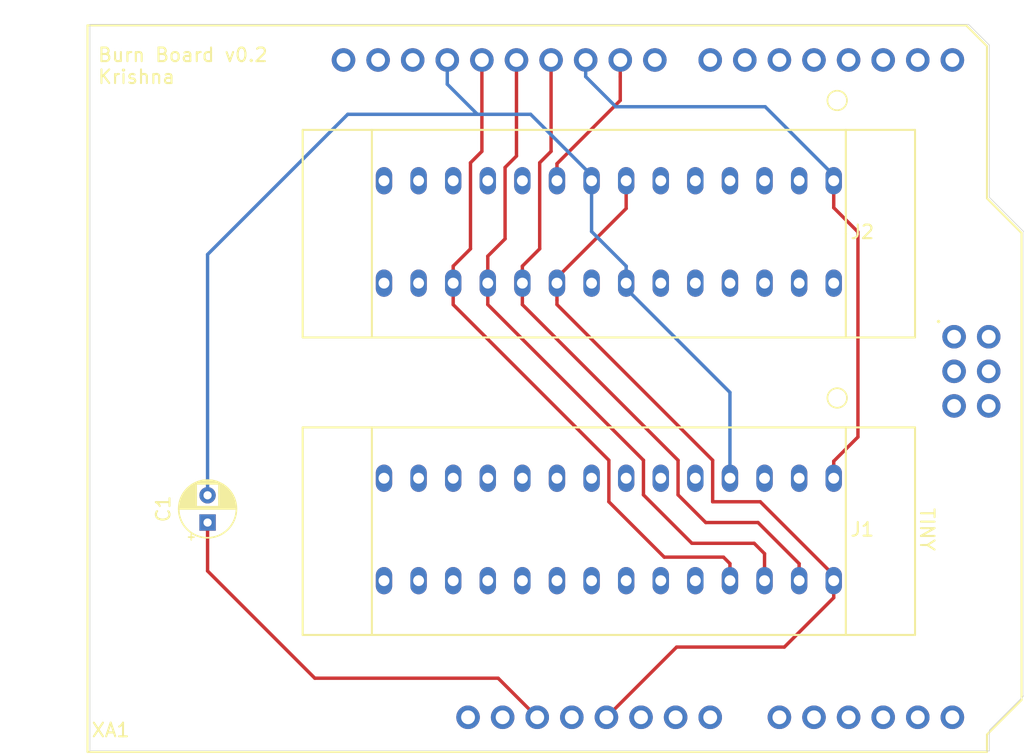
<source format=kicad_pcb>
(kicad_pcb (version 20171130) (host pcbnew "(5.1.2-1)-1")

  (general
    (thickness 1.6)
    (drawings 13)
    (tracks 84)
    (zones 0)
    (modules 4)
    (nets 79)
  )

  (page A4)
  (layers
    (0 F.Cu signal)
    (31 B.Cu signal)
    (32 B.Adhes user)
    (33 F.Adhes user)
    (34 B.Paste user)
    (35 F.Paste user)
    (36 B.SilkS user)
    (37 F.SilkS user)
    (38 B.Mask user)
    (39 F.Mask user)
    (40 Dwgs.User user)
    (41 Cmts.User user)
    (42 Eco1.User user)
    (43 Eco2.User user)
    (44 Edge.Cuts user)
    (45 Margin user)
    (46 B.CrtYd user)
    (47 F.CrtYd user)
    (48 B.Fab user)
    (49 F.Fab user)
  )

  (setup
    (last_trace_width 0.25)
    (trace_clearance 0.2)
    (zone_clearance 0.508)
    (zone_45_only no)
    (trace_min 0.2)
    (via_size 0.8)
    (via_drill 0.4)
    (via_min_size 0.4)
    (via_min_drill 0.3)
    (uvia_size 0.3)
    (uvia_drill 0.1)
    (uvias_allowed no)
    (uvia_min_size 0.2)
    (uvia_min_drill 0.1)
    (edge_width 0.05)
    (segment_width 0.2)
    (pcb_text_width 0.3)
    (pcb_text_size 1.5 1.5)
    (mod_edge_width 0.12)
    (mod_text_size 1 1)
    (mod_text_width 0.15)
    (pad_size 1.524 1.524)
    (pad_drill 0.762)
    (pad_to_mask_clearance 0.051)
    (solder_mask_min_width 0.25)
    (aux_axis_origin 0 0)
    (visible_elements FFFFFF7F)
    (pcbplotparams
      (layerselection 0x010fc_ffffffff)
      (usegerberextensions false)
      (usegerberattributes false)
      (usegerberadvancedattributes false)
      (creategerberjobfile false)
      (excludeedgelayer true)
      (linewidth 0.100000)
      (plotframeref false)
      (viasonmask false)
      (mode 1)
      (useauxorigin false)
      (hpglpennumber 1)
      (hpglpenspeed 20)
      (hpglpendiameter 15.000000)
      (psnegative false)
      (psa4output false)
      (plotreference true)
      (plotvalue true)
      (plotinvisibletext false)
      (padsonsilk false)
      (subtractmaskfromsilk false)
      (outputformat 1)
      (mirror false)
      (drillshape 1)
      (scaleselection 1)
      (outputdirectory ""))
  )

  (net 0 "")
  (net 1 "Net-(C1-Pad1)")
  (net 2 GND)
  (net 3 /Pin10)
  (net 4 "Net-(J1-Pad2)")
  (net 5 "Net-(J1-Pad3)")
  (net 6 "Net-(J1-Pad5)")
  (net 7 "Net-(J1-Pad6)")
  (net 8 "Net-(J1-Pad7)")
  (net 9 "Net-(J1-Pad8)")
  (net 10 "Net-(J1-Pad9)")
  (net 11 "Net-(J1-Pad10)")
  (net 12 "Net-(J1-Pad11)")
  (net 13 "Net-(J1-Pad12)")
  (net 14 "Net-(J1-Pad13)")
  (net 15 "Net-(J1-Pad14)")
  (net 16 "Net-(J1-Pad15)")
  (net 17 "Net-(J1-Pad16)")
  (net 18 "Net-(J1-Pad17)")
  (net 19 "Net-(J1-Pad18)")
  (net 20 "Net-(J1-Pad19)")
  (net 21 "Net-(J1-Pad20)")
  (net 22 "Net-(J1-Pad21)")
  (net 23 "Net-(J1-Pad22)")
  (net 24 "Net-(J1-Pad23)")
  (net 25 "Net-(J1-Pad24)")
  (net 26 /Pin11)
  (net 27 /Pin12)
  (net 28 /Pin13)
  (net 29 VCC)
  (net 30 "Net-(XA1-PadRST2)")
  (net 31 "Net-(XA1-PadGND4)")
  (net 32 "Net-(XA1-PadMOSI)")
  (net 33 "Net-(XA1-PadSCK)")
  (net 34 "Net-(XA1-Pad5V2)")
  (net 35 "Net-(XA1-PadA0)")
  (net 36 "Net-(XA1-PadVIN)")
  (net 37 "Net-(XA1-PadGND3)")
  (net 38 "Net-(XA1-PadGND2)")
  (net 39 "Net-(XA1-Pad3V3)")
  (net 40 "Net-(XA1-PadIORF)")
  (net 41 "Net-(XA1-PadD0)")
  (net 42 "Net-(XA1-PadD1)")
  (net 43 "Net-(XA1-PadD2)")
  (net 44 "Net-(XA1-PadD3)")
  (net 45 "Net-(XA1-PadD4)")
  (net 46 "Net-(XA1-PadD5)")
  (net 47 "Net-(XA1-PadD6)")
  (net 48 "Net-(XA1-PadD7)")
  (net 49 "Net-(XA1-PadD8)")
  (net 50 "Net-(XA1-PadSCL)")
  (net 51 "Net-(XA1-PadSDA)")
  (net 52 "Net-(XA1-PadAREF)")
  (net 53 "Net-(XA1-PadA1)")
  (net 54 "Net-(XA1-PadA2)")
  (net 55 "Net-(XA1-PadA3)")
  (net 56 "Net-(XA1-PadA4)")
  (net 57 "Net-(XA1-PadA5)")
  (net 58 "Net-(XA1-PadMISO)")
  (net 59 "Net-(J2-Pad14)")
  (net 60 "Net-(J2-Pad15)")
  (net 61 "Net-(J2-Pad13)")
  (net 62 "Net-(J2-Pad16)")
  (net 63 "Net-(J2-Pad12)")
  (net 64 "Net-(J2-Pad11)")
  (net 65 "Net-(J2-Pad10)")
  (net 66 /Pin9X)
  (net 67 "Net-(J2-Pad21)")
  (net 68 "Net-(J2-Pad6)")
  (net 69 "Net-(J2-Pad23)")
  (net 70 "Net-(J2-Pad5)")
  (net 71 "Net-(J2-Pad24)")
  (net 72 "Net-(J2-Pad4)")
  (net 73 "Net-(J2-Pad25)")
  (net 74 "Net-(J2-Pad3)")
  (net 75 "Net-(J2-Pad26)")
  (net 76 "Net-(J2-Pad2)")
  (net 77 "Net-(J2-Pad27)")
  (net 78 "Net-(J2-Pad28)")

  (net_class Default "This is the default net class."
    (clearance 0.2)
    (trace_width 0.25)
    (via_dia 0.8)
    (via_drill 0.4)
    (uvia_dia 0.3)
    (uvia_drill 0.1)
    (add_net /Pin10)
    (add_net /Pin11)
    (add_net /Pin12)
    (add_net /Pin13)
    (add_net /Pin9X)
    (add_net GND)
    (add_net "Net-(C1-Pad1)")
    (add_net "Net-(J1-Pad10)")
    (add_net "Net-(J1-Pad11)")
    (add_net "Net-(J1-Pad12)")
    (add_net "Net-(J1-Pad13)")
    (add_net "Net-(J1-Pad14)")
    (add_net "Net-(J1-Pad15)")
    (add_net "Net-(J1-Pad16)")
    (add_net "Net-(J1-Pad17)")
    (add_net "Net-(J1-Pad18)")
    (add_net "Net-(J1-Pad19)")
    (add_net "Net-(J1-Pad2)")
    (add_net "Net-(J1-Pad20)")
    (add_net "Net-(J1-Pad21)")
    (add_net "Net-(J1-Pad22)")
    (add_net "Net-(J1-Pad23)")
    (add_net "Net-(J1-Pad24)")
    (add_net "Net-(J1-Pad3)")
    (add_net "Net-(J1-Pad5)")
    (add_net "Net-(J1-Pad6)")
    (add_net "Net-(J1-Pad7)")
    (add_net "Net-(J1-Pad8)")
    (add_net "Net-(J1-Pad9)")
    (add_net "Net-(J2-Pad10)")
    (add_net "Net-(J2-Pad11)")
    (add_net "Net-(J2-Pad12)")
    (add_net "Net-(J2-Pad13)")
    (add_net "Net-(J2-Pad14)")
    (add_net "Net-(J2-Pad15)")
    (add_net "Net-(J2-Pad16)")
    (add_net "Net-(J2-Pad2)")
    (add_net "Net-(J2-Pad21)")
    (add_net "Net-(J2-Pad23)")
    (add_net "Net-(J2-Pad24)")
    (add_net "Net-(J2-Pad25)")
    (add_net "Net-(J2-Pad26)")
    (add_net "Net-(J2-Pad27)")
    (add_net "Net-(J2-Pad28)")
    (add_net "Net-(J2-Pad3)")
    (add_net "Net-(J2-Pad4)")
    (add_net "Net-(J2-Pad5)")
    (add_net "Net-(J2-Pad6)")
    (add_net "Net-(XA1-Pad3V3)")
    (add_net "Net-(XA1-Pad5V2)")
    (add_net "Net-(XA1-PadA0)")
    (add_net "Net-(XA1-PadA1)")
    (add_net "Net-(XA1-PadA2)")
    (add_net "Net-(XA1-PadA3)")
    (add_net "Net-(XA1-PadA4)")
    (add_net "Net-(XA1-PadA5)")
    (add_net "Net-(XA1-PadAREF)")
    (add_net "Net-(XA1-PadD0)")
    (add_net "Net-(XA1-PadD1)")
    (add_net "Net-(XA1-PadD2)")
    (add_net "Net-(XA1-PadD3)")
    (add_net "Net-(XA1-PadD4)")
    (add_net "Net-(XA1-PadD5)")
    (add_net "Net-(XA1-PadD6)")
    (add_net "Net-(XA1-PadD7)")
    (add_net "Net-(XA1-PadD8)")
    (add_net "Net-(XA1-PadGND2)")
    (add_net "Net-(XA1-PadGND3)")
    (add_net "Net-(XA1-PadGND4)")
    (add_net "Net-(XA1-PadIORF)")
    (add_net "Net-(XA1-PadMISO)")
    (add_net "Net-(XA1-PadMOSI)")
    (add_net "Net-(XA1-PadRST2)")
    (add_net "Net-(XA1-PadSCK)")
    (add_net "Net-(XA1-PadSCL)")
    (add_net "Net-(XA1-PadSDA)")
    (add_net "Net-(XA1-PadVIN)")
    (add_net VCC)
  )

  (module Arduino:Arduino_Uno_Shield (layer F.Cu) (tedit 5A8605EC) (tstamp 5FEC5ED3)
    (at 91.769001 130.123001)
    (descr https://store.arduino.cc/arduino-uno-rev3)
    (path /5FEBC3CE)
    (fp_text reference XA1 (at 1.702999 -1.599001) (layer F.SilkS)
      (effects (font (size 1 1) (thickness 0.15)))
    )
    (fp_text value Arduino_Uno_Shield (at 15.494 -54.356) (layer F.Fab)
      (effects (font (size 1 1) (thickness 0.15)))
    )
    (fp_line (start 9.525 -32.385) (end -6.35 -32.385) (layer B.CrtYd) (width 0.15))
    (fp_line (start 9.525 -43.815) (end -6.35 -43.815) (layer B.CrtYd) (width 0.15))
    (fp_line (start 9.525 -43.815) (end 9.525 -32.385) (layer B.CrtYd) (width 0.15))
    (fp_line (start -6.35 -43.815) (end -6.35 -32.385) (layer B.CrtYd) (width 0.15))
    (fp_text user . (at 62.484 -32.004) (layer F.SilkS)
      (effects (font (size 1 1) (thickness 0.15)))
    )
    (fp_line (start 11.43 -12.065) (end 11.43 -3.175) (layer B.CrtYd) (width 0.15))
    (fp_line (start -1.905 -3.175) (end 11.43 -3.175) (layer B.CrtYd) (width 0.15))
    (fp_line (start -1.905 -12.065) (end -1.905 -3.175) (layer B.CrtYd) (width 0.15))
    (fp_line (start -1.905 -12.065) (end 11.43 -12.065) (layer B.CrtYd) (width 0.15))
    (fp_line (start 0 -53.34) (end 0 0) (layer F.SilkS) (width 0.15))
    (fp_line (start 66.04 -40.64) (end 66.04 -51.816) (layer F.SilkS) (width 0.15))
    (fp_line (start 68.58 -38.1) (end 66.04 -40.64) (layer F.SilkS) (width 0.15))
    (fp_line (start 68.58 -3.81) (end 68.58 -38.1) (layer F.SilkS) (width 0.15))
    (fp_line (start 66.04 -1.27) (end 68.58 -3.81) (layer F.SilkS) (width 0.15))
    (fp_line (start 66.04 0) (end 66.04 -1.27) (layer F.SilkS) (width 0.15))
    (fp_line (start 64.516 -53.34) (end 66.04 -51.816) (layer F.SilkS) (width 0.15))
    (fp_line (start 0 0) (end 66.04 0) (layer F.SilkS) (width 0.15))
    (fp_line (start 0 -53.34) (end 64.516 -53.34) (layer F.SilkS) (width 0.15))
    (pad RST2 thru_hole oval (at 63.627 -25.4) (size 1.7272 1.7272) (drill 1.016) (layers *.Cu *.Mask)
      (net 30 "Net-(XA1-PadRST2)"))
    (pad GND4 thru_hole oval (at 66.167 -25.4) (size 1.7272 1.7272) (drill 1.016) (layers *.Cu *.Mask)
      (net 31 "Net-(XA1-PadGND4)"))
    (pad MOSI thru_hole oval (at 66.167 -27.94) (size 1.7272 1.7272) (drill 1.016) (layers *.Cu *.Mask)
      (net 32 "Net-(XA1-PadMOSI)"))
    (pad SCK thru_hole oval (at 63.627 -27.94) (size 1.7272 1.7272) (drill 1.016) (layers *.Cu *.Mask)
      (net 33 "Net-(XA1-PadSCK)"))
    (pad 5V2 thru_hole oval (at 66.167 -30.48) (size 1.7272 1.7272) (drill 1.016) (layers *.Cu *.Mask)
      (net 34 "Net-(XA1-Pad5V2)"))
    (pad A0 thru_hole oval (at 50.8 -2.54) (size 1.7272 1.7272) (drill 1.016) (layers *.Cu *.Mask)
      (net 35 "Net-(XA1-PadA0)"))
    (pad VIN thru_hole oval (at 45.72 -2.54) (size 1.7272 1.7272) (drill 1.016) (layers *.Cu *.Mask)
      (net 36 "Net-(XA1-PadVIN)"))
    (pad GND3 thru_hole oval (at 43.18 -2.54) (size 1.7272 1.7272) (drill 1.016) (layers *.Cu *.Mask)
      (net 37 "Net-(XA1-PadGND3)"))
    (pad GND2 thru_hole oval (at 40.64 -2.54) (size 1.7272 1.7272) (drill 1.016) (layers *.Cu *.Mask)
      (net 38 "Net-(XA1-PadGND2)"))
    (pad 5V1 thru_hole oval (at 38.1 -2.54) (size 1.7272 1.7272) (drill 1.016) (layers *.Cu *.Mask)
      (net 29 VCC))
    (pad 3V3 thru_hole oval (at 35.56 -2.54) (size 1.7272 1.7272) (drill 1.016) (layers *.Cu *.Mask)
      (net 39 "Net-(XA1-Pad3V3)"))
    (pad RST1 thru_hole oval (at 33.02 -2.54) (size 1.7272 1.7272) (drill 1.016) (layers *.Cu *.Mask)
      (net 1 "Net-(C1-Pad1)"))
    (pad IORF thru_hole oval (at 30.48 -2.54) (size 1.7272 1.7272) (drill 1.016) (layers *.Cu *.Mask)
      (net 40 "Net-(XA1-PadIORF)"))
    (pad D0 thru_hole oval (at 63.5 -50.8) (size 1.7272 1.7272) (drill 1.016) (layers *.Cu *.Mask)
      (net 41 "Net-(XA1-PadD0)"))
    (pad D1 thru_hole oval (at 60.96 -50.8) (size 1.7272 1.7272) (drill 1.016) (layers *.Cu *.Mask)
      (net 42 "Net-(XA1-PadD1)"))
    (pad D2 thru_hole oval (at 58.42 -50.8) (size 1.7272 1.7272) (drill 1.016) (layers *.Cu *.Mask)
      (net 43 "Net-(XA1-PadD2)"))
    (pad D3 thru_hole oval (at 55.88 -50.8) (size 1.7272 1.7272) (drill 1.016) (layers *.Cu *.Mask)
      (net 44 "Net-(XA1-PadD3)"))
    (pad D4 thru_hole oval (at 53.34 -50.8) (size 1.7272 1.7272) (drill 1.016) (layers *.Cu *.Mask)
      (net 45 "Net-(XA1-PadD4)"))
    (pad D5 thru_hole oval (at 50.8 -50.8) (size 1.7272 1.7272) (drill 1.016) (layers *.Cu *.Mask)
      (net 46 "Net-(XA1-PadD5)"))
    (pad D6 thru_hole oval (at 48.26 -50.8) (size 1.7272 1.7272) (drill 1.016) (layers *.Cu *.Mask)
      (net 47 "Net-(XA1-PadD6)"))
    (pad D7 thru_hole oval (at 45.72 -50.8) (size 1.7272 1.7272) (drill 1.016) (layers *.Cu *.Mask)
      (net 48 "Net-(XA1-PadD7)"))
    (pad GND1 thru_hole oval (at 26.416 -50.8) (size 1.7272 1.7272) (drill 1.016) (layers *.Cu *.Mask)
      (net 2 GND))
    (pad D8 thru_hole oval (at 41.656 -50.8) (size 1.7272 1.7272) (drill 1.016) (layers *.Cu *.Mask)
      (net 49 "Net-(XA1-PadD8)"))
    (pad D9 thru_hole oval (at 39.116 -50.8) (size 1.7272 1.7272) (drill 1.016) (layers *.Cu *.Mask)
      (net 66 /Pin9X))
    (pad D10 thru_hole oval (at 36.576 -50.8) (size 1.7272 1.7272) (drill 1.016) (layers *.Cu *.Mask)
      (net 3 /Pin10))
    (pad "" np_thru_hole circle (at 66.04 -7.62) (size 3.2 3.2) (drill 3.2) (layers *.Cu *.Mask))
    (pad "" np_thru_hole circle (at 66.04 -35.56) (size 3.2 3.2) (drill 3.2) (layers *.Cu *.Mask))
    (pad "" np_thru_hole circle (at 15.24 -50.8) (size 3.2 3.2) (drill 3.2) (layers *.Cu *.Mask))
    (pad "" np_thru_hole circle (at 13.97 -2.54) (size 3.2 3.2) (drill 3.2) (layers *.Cu *.Mask))
    (pad SCL thru_hole oval (at 18.796 -50.8) (size 1.7272 1.7272) (drill 1.016) (layers *.Cu *.Mask)
      (net 50 "Net-(XA1-PadSCL)"))
    (pad SDA thru_hole oval (at 21.336 -50.8) (size 1.7272 1.7272) (drill 1.016) (layers *.Cu *.Mask)
      (net 51 "Net-(XA1-PadSDA)"))
    (pad AREF thru_hole oval (at 23.876 -50.8) (size 1.7272 1.7272) (drill 1.016) (layers *.Cu *.Mask)
      (net 52 "Net-(XA1-PadAREF)"))
    (pad D13 thru_hole oval (at 28.956 -50.8) (size 1.7272 1.7272) (drill 1.016) (layers *.Cu *.Mask)
      (net 26 /Pin11))
    (pad D12 thru_hole oval (at 31.496 -50.8) (size 1.7272 1.7272) (drill 1.016) (layers *.Cu *.Mask)
      (net 27 /Pin12))
    (pad D11 thru_hole oval (at 34.036 -50.8) (size 1.7272 1.7272) (drill 1.016) (layers *.Cu *.Mask)
      (net 28 /Pin13))
    (pad "" thru_hole oval (at 27.94 -2.54) (size 1.7272 1.7272) (drill 1.016) (layers *.Cu *.Mask))
    (pad A1 thru_hole oval (at 53.34 -2.54) (size 1.7272 1.7272) (drill 1.016) (layers *.Cu *.Mask)
      (net 53 "Net-(XA1-PadA1)"))
    (pad A2 thru_hole oval (at 55.88 -2.54) (size 1.7272 1.7272) (drill 1.016) (layers *.Cu *.Mask)
      (net 54 "Net-(XA1-PadA2)"))
    (pad A3 thru_hole oval (at 58.42 -2.54) (size 1.7272 1.7272) (drill 1.016) (layers *.Cu *.Mask)
      (net 55 "Net-(XA1-PadA3)"))
    (pad A4 thru_hole oval (at 60.96 -2.54) (size 1.7272 1.7272) (drill 1.016) (layers *.Cu *.Mask)
      (net 56 "Net-(XA1-PadA4)"))
    (pad A5 thru_hole oval (at 63.5 -2.54) (size 1.7272 1.7272) (drill 1.016) (layers *.Cu *.Mask)
      (net 57 "Net-(XA1-PadA5)"))
    (pad MISO thru_hole oval (at 63.627 -30.48) (size 1.7272 1.7272) (drill 1.016) (layers *.Cu *.Mask)
      (net 58 "Net-(XA1-PadMISO)"))
  )

  (module ZIF:DIP-28_296_ELL (layer F.Cu) (tedit 5FEBF485) (tstamp 5FEC3DF0)
    (at 130.048 91.948 180)
    (path /5FECDADE)
    (fp_text reference J2 (at -18.61 0 180) (layer F.SilkS)
      (effects (font (size 1 1) (thickness 0.15)))
    )
    (fp_text value "28 ZIF Socket - ATMEGA328" (at 0 0) (layer F.Fab)
      (effects (font (size 1 1) (thickness 0.15)))
    )
    (fp_line (start 22.479 -7.747) (end 17.399 -7.747) (layer F.SilkS) (width 0.15))
    (fp_line (start 22.479 7.493) (end 22.479 -7.747) (layer F.SilkS) (width 0.15))
    (fp_line (start 17.399 7.493) (end 22.479 7.493) (layer F.SilkS) (width 0.15))
    (fp_line (start -22.479 -7.747) (end -17.399 -7.747) (layer F.SilkS) (width 0.15))
    (fp_line (start -22.479 7.493) (end -22.479 -7.747) (layer F.SilkS) (width 0.15))
    (fp_line (start -17.399 7.493) (end -22.479 7.493) (layer F.SilkS) (width 0.15))
    (fp_line (start -17.399 7.493) (end -17.399 -0.127) (layer F.SilkS) (width 0.15))
    (fp_line (start 17.399 7.493) (end -17.399 7.493) (layer F.SilkS) (width 0.15))
    (fp_line (start 17.399 -7.747) (end 17.399 7.493) (layer F.SilkS) (width 0.15))
    (fp_line (start -17.399 -7.747) (end 17.399 -7.747) (layer F.SilkS) (width 0.15))
    (fp_line (start -17.399 -0.127) (end -17.399 -7.747) (layer F.SilkS) (width 0.15))
    (fp_line (start -17.36 5.01) (end -17.36 -5.01) (layer F.CrtYd) (width 0.05))
    (fp_line (start 17.36 5.01) (end -17.36 5.01) (layer F.CrtYd) (width 0.05))
    (fp_line (start 17.36 -5.01) (end 17.36 5.01) (layer F.CrtYd) (width 0.05))
    (fp_line (start -17.36 -5.01) (end 17.36 -5.01) (layer F.CrtYd) (width 0.05))
    (pad 14 thru_hole oval (at 16.51 3.76 180) (size 1.2 2) (drill 0.8) (layers *.Cu *.Mask)
      (net 59 "Net-(J2-Pad14)"))
    (pad 15 thru_hole oval (at 16.51 -3.76 180) (size 1.2 2) (drill 0.8) (layers *.Cu *.Mask)
      (net 60 "Net-(J2-Pad15)"))
    (pad 13 thru_hole oval (at 13.97 3.76 180) (size 1.2 2) (drill 0.8) (layers *.Cu *.Mask)
      (net 61 "Net-(J2-Pad13)"))
    (pad 16 thru_hole oval (at 13.97 -3.76 180) (size 1.2 2) (drill 0.8) (layers *.Cu *.Mask)
      (net 62 "Net-(J2-Pad16)"))
    (pad 12 thru_hole oval (at 11.43 3.76 180) (size 1.2 2) (drill 0.8) (layers *.Cu *.Mask)
      (net 63 "Net-(J2-Pad12)"))
    (pad 17 thru_hole oval (at 11.43 -3.76 180) (size 1.2 2) (drill 0.8) (layers *.Cu *.Mask)
      (net 26 /Pin11))
    (pad 11 thru_hole oval (at 8.89 3.76 180) (size 1.2 2) (drill 0.8) (layers *.Cu *.Mask)
      (net 64 "Net-(J2-Pad11)"))
    (pad 18 thru_hole oval (at 8.89 -3.76 180) (size 1.2 2) (drill 0.8) (layers *.Cu *.Mask)
      (net 27 /Pin12))
    (pad 10 thru_hole oval (at 6.35 3.76 180) (size 1.2 2) (drill 0.8) (layers *.Cu *.Mask)
      (net 65 "Net-(J2-Pad10)"))
    (pad 19 thru_hole oval (at 6.35 -3.76 180) (size 1.2 2) (drill 0.8) (layers *.Cu *.Mask)
      (net 28 /Pin13))
    (pad 9 thru_hole oval (at 3.81 3.76 180) (size 1.2 2) (drill 0.8) (layers *.Cu *.Mask)
      (net 66 /Pin9X))
    (pad 20 thru_hole oval (at 3.81 -3.76 180) (size 1.2 2) (drill 0.8) (layers *.Cu *.Mask)
      (net 29 VCC))
    (pad 8 thru_hole oval (at 1.27 3.76 180) (size 1.2 2) (drill 0.8) (layers *.Cu *.Mask)
      (net 2 GND))
    (pad 21 thru_hole oval (at 1.27 -3.76 180) (size 1.2 2) (drill 0.8) (layers *.Cu *.Mask)
      (net 67 "Net-(J2-Pad21)"))
    (pad 7 thru_hole oval (at -1.27 3.76 180) (size 1.2 2) (drill 0.8) (layers *.Cu *.Mask)
      (net 29 VCC))
    (pad 22 thru_hole oval (at -1.27 -3.76 180) (size 1.2 2) (drill 0.8) (layers *.Cu *.Mask)
      (net 2 GND))
    (pad 6 thru_hole oval (at -3.81 3.76 180) (size 1.2 2) (drill 0.8) (layers *.Cu *.Mask)
      (net 68 "Net-(J2-Pad6)"))
    (pad 23 thru_hole oval (at -3.81 -3.76 180) (size 1.2 2) (drill 0.8) (layers *.Cu *.Mask)
      (net 69 "Net-(J2-Pad23)"))
    (pad 5 thru_hole oval (at -6.35 3.76 180) (size 1.2 2) (drill 0.8) (layers *.Cu *.Mask)
      (net 70 "Net-(J2-Pad5)"))
    (pad 24 thru_hole oval (at -6.35 -3.76 180) (size 1.2 2) (drill 0.8) (layers *.Cu *.Mask)
      (net 71 "Net-(J2-Pad24)"))
    (pad 4 thru_hole oval (at -8.89 3.76 180) (size 1.2 2) (drill 0.8) (layers *.Cu *.Mask)
      (net 72 "Net-(J2-Pad4)"))
    (pad 25 thru_hole oval (at -8.89 -3.76 180) (size 1.2 2) (drill 0.8) (layers *.Cu *.Mask)
      (net 73 "Net-(J2-Pad25)"))
    (pad 3 thru_hole oval (at -11.43 3.76 180) (size 1.2 2) (drill 0.8) (layers *.Cu *.Mask)
      (net 74 "Net-(J2-Pad3)"))
    (pad 26 thru_hole oval (at -11.43 -3.76 180) (size 1.2 2) (drill 0.8) (layers *.Cu *.Mask)
      (net 75 "Net-(J2-Pad26)"))
    (pad 2 thru_hole oval (at -13.97 3.76 180) (size 1.2 2) (drill 0.8) (layers *.Cu *.Mask)
      (net 76 "Net-(J2-Pad2)"))
    (pad 27 thru_hole oval (at -13.97 -3.76 180) (size 1.2 2) (drill 0.8) (layers *.Cu *.Mask)
      (net 77 "Net-(J2-Pad27)"))
    (pad 1 thru_hole oval (at -16.51 3.76 180) (size 1.2 2) (drill 0.8) (layers *.Cu *.Mask)
      (net 3 /Pin10))
    (pad 28 thru_hole oval (at -16.51 -3.76 180) (size 1.2 2) (drill 0.8) (layers *.Cu *.Mask)
      (net 78 "Net-(J2-Pad28)"))
  )

  (module ZIF:DIP-28_296_ELL (layer F.Cu) (tedit 5FEBF485) (tstamp 5FEC598D)
    (at 130.048 113.792 180)
    (path /5FEBED35)
    (fp_text reference J1 (at -18.61 0) (layer F.SilkS)
      (effects (font (size 1 1) (thickness 0.15)))
    )
    (fp_text value "28 ZIF Socket - ATTiny" (at 0 0) (layer F.Fab)
      (effects (font (size 1 1) (thickness 0.15)))
    )
    (fp_line (start 22.479 -7.747) (end 17.399 -7.747) (layer F.SilkS) (width 0.15))
    (fp_line (start 22.479 7.493) (end 22.479 -7.747) (layer F.SilkS) (width 0.15))
    (fp_line (start 17.399 7.493) (end 22.479 7.493) (layer F.SilkS) (width 0.15))
    (fp_line (start -22.479 -7.747) (end -17.399 -7.747) (layer F.SilkS) (width 0.15))
    (fp_line (start -22.479 7.493) (end -22.479 -7.747) (layer F.SilkS) (width 0.15))
    (fp_line (start -17.399 7.493) (end -22.479 7.493) (layer F.SilkS) (width 0.15))
    (fp_line (start -17.399 7.493) (end -17.399 -0.127) (layer F.SilkS) (width 0.15))
    (fp_line (start 17.399 7.493) (end -17.399 7.493) (layer F.SilkS) (width 0.15))
    (fp_line (start 17.399 -7.747) (end 17.399 7.493) (layer F.SilkS) (width 0.15))
    (fp_line (start -17.399 -7.747) (end 17.399 -7.747) (layer F.SilkS) (width 0.15))
    (fp_line (start -17.399 -0.127) (end -17.399 -7.747) (layer F.SilkS) (width 0.15))
    (fp_line (start -17.36 5.01) (end -17.36 -5.01) (layer F.CrtYd) (width 0.05))
    (fp_line (start 17.36 5.01) (end -17.36 5.01) (layer F.CrtYd) (width 0.05))
    (fp_line (start 17.36 -5.01) (end 17.36 5.01) (layer F.CrtYd) (width 0.05))
    (fp_line (start -17.36 -5.01) (end 17.36 -5.01) (layer F.CrtYd) (width 0.05))
    (pad 14 thru_hole oval (at 16.51 3.76 180) (size 1.2 2) (drill 0.8) (layers *.Cu *.Mask)
      (net 15 "Net-(J1-Pad14)"))
    (pad 15 thru_hole oval (at 16.51 -3.76 180) (size 1.2 2) (drill 0.8) (layers *.Cu *.Mask)
      (net 16 "Net-(J1-Pad15)"))
    (pad 13 thru_hole oval (at 13.97 3.76 180) (size 1.2 2) (drill 0.8) (layers *.Cu *.Mask)
      (net 14 "Net-(J1-Pad13)"))
    (pad 16 thru_hole oval (at 13.97 -3.76 180) (size 1.2 2) (drill 0.8) (layers *.Cu *.Mask)
      (net 17 "Net-(J1-Pad16)"))
    (pad 12 thru_hole oval (at 11.43 3.76 180) (size 1.2 2) (drill 0.8) (layers *.Cu *.Mask)
      (net 13 "Net-(J1-Pad12)"))
    (pad 17 thru_hole oval (at 11.43 -3.76 180) (size 1.2 2) (drill 0.8) (layers *.Cu *.Mask)
      (net 18 "Net-(J1-Pad17)"))
    (pad 11 thru_hole oval (at 8.89 3.76 180) (size 1.2 2) (drill 0.8) (layers *.Cu *.Mask)
      (net 12 "Net-(J1-Pad11)"))
    (pad 18 thru_hole oval (at 8.89 -3.76 180) (size 1.2 2) (drill 0.8) (layers *.Cu *.Mask)
      (net 19 "Net-(J1-Pad18)"))
    (pad 10 thru_hole oval (at 6.35 3.76 180) (size 1.2 2) (drill 0.8) (layers *.Cu *.Mask)
      (net 11 "Net-(J1-Pad10)"))
    (pad 19 thru_hole oval (at 6.35 -3.76 180) (size 1.2 2) (drill 0.8) (layers *.Cu *.Mask)
      (net 20 "Net-(J1-Pad19)"))
    (pad 9 thru_hole oval (at 3.81 3.76 180) (size 1.2 2) (drill 0.8) (layers *.Cu *.Mask)
      (net 10 "Net-(J1-Pad9)"))
    (pad 20 thru_hole oval (at 3.81 -3.76 180) (size 1.2 2) (drill 0.8) (layers *.Cu *.Mask)
      (net 21 "Net-(J1-Pad20)"))
    (pad 8 thru_hole oval (at 1.27 3.76 180) (size 1.2 2) (drill 0.8) (layers *.Cu *.Mask)
      (net 9 "Net-(J1-Pad8)"))
    (pad 21 thru_hole oval (at 1.27 -3.76 180) (size 1.2 2) (drill 0.8) (layers *.Cu *.Mask)
      (net 22 "Net-(J1-Pad21)"))
    (pad 7 thru_hole oval (at -1.27 3.76 180) (size 1.2 2) (drill 0.8) (layers *.Cu *.Mask)
      (net 8 "Net-(J1-Pad7)"))
    (pad 22 thru_hole oval (at -1.27 -3.76 180) (size 1.2 2) (drill 0.8) (layers *.Cu *.Mask)
      (net 23 "Net-(J1-Pad22)"))
    (pad 6 thru_hole oval (at -3.81 3.76 180) (size 1.2 2) (drill 0.8) (layers *.Cu *.Mask)
      (net 7 "Net-(J1-Pad6)"))
    (pad 23 thru_hole oval (at -3.81 -3.76 180) (size 1.2 2) (drill 0.8) (layers *.Cu *.Mask)
      (net 24 "Net-(J1-Pad23)"))
    (pad 5 thru_hole oval (at -6.35 3.76 180) (size 1.2 2) (drill 0.8) (layers *.Cu *.Mask)
      (net 6 "Net-(J1-Pad5)"))
    (pad 24 thru_hole oval (at -6.35 -3.76 180) (size 1.2 2) (drill 0.8) (layers *.Cu *.Mask)
      (net 25 "Net-(J1-Pad24)"))
    (pad 4 thru_hole oval (at -8.89 3.76 180) (size 1.2 2) (drill 0.8) (layers *.Cu *.Mask)
      (net 2 GND))
    (pad 25 thru_hole oval (at -8.89 -3.76 180) (size 1.2 2) (drill 0.8) (layers *.Cu *.Mask)
      (net 26 /Pin11))
    (pad 3 thru_hole oval (at -11.43 3.76 180) (size 1.2 2) (drill 0.8) (layers *.Cu *.Mask)
      (net 5 "Net-(J1-Pad3)"))
    (pad 26 thru_hole oval (at -11.43 -3.76 180) (size 1.2 2) (drill 0.8) (layers *.Cu *.Mask)
      (net 27 /Pin12))
    (pad 2 thru_hole oval (at -13.97 3.76 180) (size 1.2 2) (drill 0.8) (layers *.Cu *.Mask)
      (net 4 "Net-(J1-Pad2)"))
    (pad 27 thru_hole oval (at -13.97 -3.76 180) (size 1.2 2) (drill 0.8) (layers *.Cu *.Mask)
      (net 28 /Pin13))
    (pad 1 thru_hole oval (at -16.51 3.76 180) (size 1.2 2) (drill 0.8) (layers *.Cu *.Mask)
      (net 3 /Pin10))
    (pad 28 thru_hole oval (at -16.51 -3.76 180) (size 1.2 2) (drill 0.8) (layers *.Cu *.Mask)
      (net 29 VCC))
  )

  (module Capacitor_THT:CP_Radial_D4.0mm_P2.00mm (layer F.Cu) (tedit 5AE50EF0) (tstamp 5FEC4AA9)
    (at 100.584 113.284 90)
    (descr "CP, Radial series, Radial, pin pitch=2.00mm, , diameter=4mm, Electrolytic Capacitor")
    (tags "CP Radial series Radial pin pitch 2.00mm  diameter 4mm Electrolytic Capacitor")
    (path /5FEC4132)
    (fp_text reference C1 (at 1 -3.25 90) (layer F.SilkS)
      (effects (font (size 1 1) (thickness 0.15)))
    )
    (fp_text value CP (at 1 3.25 90) (layer F.Fab)
      (effects (font (size 1 1) (thickness 0.15)))
    )
    (fp_circle (center 1 0) (end 3 0) (layer F.Fab) (width 0.1))
    (fp_circle (center 1 0) (end 3.12 0) (layer F.SilkS) (width 0.12))
    (fp_circle (center 1 0) (end 3.25 0) (layer F.CrtYd) (width 0.05))
    (fp_line (start -0.702554 -0.8675) (end -0.302554 -0.8675) (layer F.Fab) (width 0.1))
    (fp_line (start -0.502554 -1.0675) (end -0.502554 -0.6675) (layer F.Fab) (width 0.1))
    (fp_line (start 1 -2.08) (end 1 2.08) (layer F.SilkS) (width 0.12))
    (fp_line (start 1.04 -2.08) (end 1.04 2.08) (layer F.SilkS) (width 0.12))
    (fp_line (start 1.08 -2.079) (end 1.08 2.079) (layer F.SilkS) (width 0.12))
    (fp_line (start 1.12 -2.077) (end 1.12 2.077) (layer F.SilkS) (width 0.12))
    (fp_line (start 1.16 -2.074) (end 1.16 2.074) (layer F.SilkS) (width 0.12))
    (fp_line (start 1.2 -2.071) (end 1.2 -0.84) (layer F.SilkS) (width 0.12))
    (fp_line (start 1.2 0.84) (end 1.2 2.071) (layer F.SilkS) (width 0.12))
    (fp_line (start 1.24 -2.067) (end 1.24 -0.84) (layer F.SilkS) (width 0.12))
    (fp_line (start 1.24 0.84) (end 1.24 2.067) (layer F.SilkS) (width 0.12))
    (fp_line (start 1.28 -2.062) (end 1.28 -0.84) (layer F.SilkS) (width 0.12))
    (fp_line (start 1.28 0.84) (end 1.28 2.062) (layer F.SilkS) (width 0.12))
    (fp_line (start 1.32 -2.056) (end 1.32 -0.84) (layer F.SilkS) (width 0.12))
    (fp_line (start 1.32 0.84) (end 1.32 2.056) (layer F.SilkS) (width 0.12))
    (fp_line (start 1.36 -2.05) (end 1.36 -0.84) (layer F.SilkS) (width 0.12))
    (fp_line (start 1.36 0.84) (end 1.36 2.05) (layer F.SilkS) (width 0.12))
    (fp_line (start 1.4 -2.042) (end 1.4 -0.84) (layer F.SilkS) (width 0.12))
    (fp_line (start 1.4 0.84) (end 1.4 2.042) (layer F.SilkS) (width 0.12))
    (fp_line (start 1.44 -2.034) (end 1.44 -0.84) (layer F.SilkS) (width 0.12))
    (fp_line (start 1.44 0.84) (end 1.44 2.034) (layer F.SilkS) (width 0.12))
    (fp_line (start 1.48 -2.025) (end 1.48 -0.84) (layer F.SilkS) (width 0.12))
    (fp_line (start 1.48 0.84) (end 1.48 2.025) (layer F.SilkS) (width 0.12))
    (fp_line (start 1.52 -2.016) (end 1.52 -0.84) (layer F.SilkS) (width 0.12))
    (fp_line (start 1.52 0.84) (end 1.52 2.016) (layer F.SilkS) (width 0.12))
    (fp_line (start 1.56 -2.005) (end 1.56 -0.84) (layer F.SilkS) (width 0.12))
    (fp_line (start 1.56 0.84) (end 1.56 2.005) (layer F.SilkS) (width 0.12))
    (fp_line (start 1.6 -1.994) (end 1.6 -0.84) (layer F.SilkS) (width 0.12))
    (fp_line (start 1.6 0.84) (end 1.6 1.994) (layer F.SilkS) (width 0.12))
    (fp_line (start 1.64 -1.982) (end 1.64 -0.84) (layer F.SilkS) (width 0.12))
    (fp_line (start 1.64 0.84) (end 1.64 1.982) (layer F.SilkS) (width 0.12))
    (fp_line (start 1.68 -1.968) (end 1.68 -0.84) (layer F.SilkS) (width 0.12))
    (fp_line (start 1.68 0.84) (end 1.68 1.968) (layer F.SilkS) (width 0.12))
    (fp_line (start 1.721 -1.954) (end 1.721 -0.84) (layer F.SilkS) (width 0.12))
    (fp_line (start 1.721 0.84) (end 1.721 1.954) (layer F.SilkS) (width 0.12))
    (fp_line (start 1.761 -1.94) (end 1.761 -0.84) (layer F.SilkS) (width 0.12))
    (fp_line (start 1.761 0.84) (end 1.761 1.94) (layer F.SilkS) (width 0.12))
    (fp_line (start 1.801 -1.924) (end 1.801 -0.84) (layer F.SilkS) (width 0.12))
    (fp_line (start 1.801 0.84) (end 1.801 1.924) (layer F.SilkS) (width 0.12))
    (fp_line (start 1.841 -1.907) (end 1.841 -0.84) (layer F.SilkS) (width 0.12))
    (fp_line (start 1.841 0.84) (end 1.841 1.907) (layer F.SilkS) (width 0.12))
    (fp_line (start 1.881 -1.889) (end 1.881 -0.84) (layer F.SilkS) (width 0.12))
    (fp_line (start 1.881 0.84) (end 1.881 1.889) (layer F.SilkS) (width 0.12))
    (fp_line (start 1.921 -1.87) (end 1.921 -0.84) (layer F.SilkS) (width 0.12))
    (fp_line (start 1.921 0.84) (end 1.921 1.87) (layer F.SilkS) (width 0.12))
    (fp_line (start 1.961 -1.851) (end 1.961 -0.84) (layer F.SilkS) (width 0.12))
    (fp_line (start 1.961 0.84) (end 1.961 1.851) (layer F.SilkS) (width 0.12))
    (fp_line (start 2.001 -1.83) (end 2.001 -0.84) (layer F.SilkS) (width 0.12))
    (fp_line (start 2.001 0.84) (end 2.001 1.83) (layer F.SilkS) (width 0.12))
    (fp_line (start 2.041 -1.808) (end 2.041 -0.84) (layer F.SilkS) (width 0.12))
    (fp_line (start 2.041 0.84) (end 2.041 1.808) (layer F.SilkS) (width 0.12))
    (fp_line (start 2.081 -1.785) (end 2.081 -0.84) (layer F.SilkS) (width 0.12))
    (fp_line (start 2.081 0.84) (end 2.081 1.785) (layer F.SilkS) (width 0.12))
    (fp_line (start 2.121 -1.76) (end 2.121 -0.84) (layer F.SilkS) (width 0.12))
    (fp_line (start 2.121 0.84) (end 2.121 1.76) (layer F.SilkS) (width 0.12))
    (fp_line (start 2.161 -1.735) (end 2.161 -0.84) (layer F.SilkS) (width 0.12))
    (fp_line (start 2.161 0.84) (end 2.161 1.735) (layer F.SilkS) (width 0.12))
    (fp_line (start 2.201 -1.708) (end 2.201 -0.84) (layer F.SilkS) (width 0.12))
    (fp_line (start 2.201 0.84) (end 2.201 1.708) (layer F.SilkS) (width 0.12))
    (fp_line (start 2.241 -1.68) (end 2.241 -0.84) (layer F.SilkS) (width 0.12))
    (fp_line (start 2.241 0.84) (end 2.241 1.68) (layer F.SilkS) (width 0.12))
    (fp_line (start 2.281 -1.65) (end 2.281 -0.84) (layer F.SilkS) (width 0.12))
    (fp_line (start 2.281 0.84) (end 2.281 1.65) (layer F.SilkS) (width 0.12))
    (fp_line (start 2.321 -1.619) (end 2.321 -0.84) (layer F.SilkS) (width 0.12))
    (fp_line (start 2.321 0.84) (end 2.321 1.619) (layer F.SilkS) (width 0.12))
    (fp_line (start 2.361 -1.587) (end 2.361 -0.84) (layer F.SilkS) (width 0.12))
    (fp_line (start 2.361 0.84) (end 2.361 1.587) (layer F.SilkS) (width 0.12))
    (fp_line (start 2.401 -1.552) (end 2.401 -0.84) (layer F.SilkS) (width 0.12))
    (fp_line (start 2.401 0.84) (end 2.401 1.552) (layer F.SilkS) (width 0.12))
    (fp_line (start 2.441 -1.516) (end 2.441 -0.84) (layer F.SilkS) (width 0.12))
    (fp_line (start 2.441 0.84) (end 2.441 1.516) (layer F.SilkS) (width 0.12))
    (fp_line (start 2.481 -1.478) (end 2.481 -0.84) (layer F.SilkS) (width 0.12))
    (fp_line (start 2.481 0.84) (end 2.481 1.478) (layer F.SilkS) (width 0.12))
    (fp_line (start 2.521 -1.438) (end 2.521 -0.84) (layer F.SilkS) (width 0.12))
    (fp_line (start 2.521 0.84) (end 2.521 1.438) (layer F.SilkS) (width 0.12))
    (fp_line (start 2.561 -1.396) (end 2.561 -0.84) (layer F.SilkS) (width 0.12))
    (fp_line (start 2.561 0.84) (end 2.561 1.396) (layer F.SilkS) (width 0.12))
    (fp_line (start 2.601 -1.351) (end 2.601 -0.84) (layer F.SilkS) (width 0.12))
    (fp_line (start 2.601 0.84) (end 2.601 1.351) (layer F.SilkS) (width 0.12))
    (fp_line (start 2.641 -1.304) (end 2.641 -0.84) (layer F.SilkS) (width 0.12))
    (fp_line (start 2.641 0.84) (end 2.641 1.304) (layer F.SilkS) (width 0.12))
    (fp_line (start 2.681 -1.254) (end 2.681 -0.84) (layer F.SilkS) (width 0.12))
    (fp_line (start 2.681 0.84) (end 2.681 1.254) (layer F.SilkS) (width 0.12))
    (fp_line (start 2.721 -1.2) (end 2.721 -0.84) (layer F.SilkS) (width 0.12))
    (fp_line (start 2.721 0.84) (end 2.721 1.2) (layer F.SilkS) (width 0.12))
    (fp_line (start 2.761 -1.142) (end 2.761 -0.84) (layer F.SilkS) (width 0.12))
    (fp_line (start 2.761 0.84) (end 2.761 1.142) (layer F.SilkS) (width 0.12))
    (fp_line (start 2.801 -1.08) (end 2.801 -0.84) (layer F.SilkS) (width 0.12))
    (fp_line (start 2.801 0.84) (end 2.801 1.08) (layer F.SilkS) (width 0.12))
    (fp_line (start 2.841 -1.013) (end 2.841 1.013) (layer F.SilkS) (width 0.12))
    (fp_line (start 2.881 -0.94) (end 2.881 0.94) (layer F.SilkS) (width 0.12))
    (fp_line (start 2.921 -0.859) (end 2.921 0.859) (layer F.SilkS) (width 0.12))
    (fp_line (start 2.961 -0.768) (end 2.961 0.768) (layer F.SilkS) (width 0.12))
    (fp_line (start 3.001 -0.664) (end 3.001 0.664) (layer F.SilkS) (width 0.12))
    (fp_line (start 3.041 -0.537) (end 3.041 0.537) (layer F.SilkS) (width 0.12))
    (fp_line (start 3.081 -0.37) (end 3.081 0.37) (layer F.SilkS) (width 0.12))
    (fp_line (start -1.269801 -1.195) (end -0.869801 -1.195) (layer F.SilkS) (width 0.12))
    (fp_line (start -1.069801 -1.395) (end -1.069801 -0.995) (layer F.SilkS) (width 0.12))
    (fp_text user %R (at 1 0 90) (layer F.Fab)
      (effects (font (size 0.8 0.8) (thickness 0.12)))
    )
    (pad 1 thru_hole rect (at 0 0 90) (size 1.2 1.2) (drill 0.6) (layers *.Cu *.Mask)
      (net 1 "Net-(C1-Pad1)"))
    (pad 2 thru_hole circle (at 2 0 90) (size 1.2 1.2) (drill 0.6) (layers *.Cu *.Mask)
      (net 2 GND))
    (model ${KISYS3DMOD}/Capacitor_THT.3dshapes/CP_Radial_D4.0mm_P2.00mm.wrl
      (at (xyz 0 0 0))
      (scale (xyz 1 1 1))
      (rotate (xyz 0 0 0))
    )
  )

  (gr_circle (center 146.812 104.14) (end 147.32 104.648) (layer F.SilkS) (width 0.12))
  (gr_circle (center 146.812 82.296) (end 147.32 82.804) (layer F.SilkS) (width 0.12))
  (gr_text TINY (at 153.416 113.792 270) (layer F.SilkS)
    (effects (font (size 1 1) (thickness 0.15)))
  )
  (gr_line (start 160.528 125.984) (end 160.528 91.948) (layer Edge.Cuts) (width 0.05))
  (gr_line (start 156.464 76.708) (end 91.948 76.708) (layer Edge.Cuts) (width 0.05) (tstamp 5FEC53A5))
  (gr_line (start 157.988 78.232) (end 156.464 76.708) (layer Edge.Cuts) (width 0.05))
  (gr_line (start 157.988 89.408) (end 157.988 78.232) (layer Edge.Cuts) (width 0.05))
  (gr_line (start 160.528 91.948) (end 157.988 89.408) (layer Edge.Cuts) (width 0.05))
  (gr_line (start 157.988 128.524) (end 160.528 125.984) (layer Edge.Cuts) (width 0.05))
  (gr_line (start 157.988 130.048) (end 157.988 128.524) (layer Edge.Cuts) (width 0.05))
  (gr_line (start 91.948 130.048) (end 157.988 130.048) (layer Edge.Cuts) (width 0.05))
  (gr_line (start 91.948 76.708) (end 91.948 130.048) (layer Edge.Cuts) (width 0.05))
  (gr_text "Burn Board v0.2\nKrishna" (at 92.456 79.756) (layer F.SilkS)
    (effects (font (size 1 1) (thickness 0.15)) (justify left))
  )

  (segment (start 124.789001 127.583001) (end 121.92 124.714) (width 0.25) (layer F.Cu) (net 1))
  (segment (start 121.92 124.714) (end 108.458 124.714) (width 0.25) (layer F.Cu) (net 1))
  (segment (start 100.584 116.84) (end 100.584 113.284) (width 0.25) (layer F.Cu) (net 1))
  (segment (start 108.458 124.714) (end 100.584 116.84) (width 0.25) (layer F.Cu) (net 1))
  (segment (start 118.185001 79.323001) (end 118.185001 81.101001) (width 0.25) (layer B.Cu) (net 2))
  (segment (start 118.185001 81.101001) (end 120.396 83.312) (width 0.25) (layer B.Cu) (net 2))
  (segment (start 128.778 87.788) (end 128.778 88.188) (width 0.25) (layer B.Cu) (net 2))
  (segment (start 124.302 83.312) (end 128.778 87.788) (width 0.25) (layer B.Cu) (net 2))
  (segment (start 120.396 83.312) (end 124.302 83.312) (width 0.25) (layer B.Cu) (net 2))
  (segment (start 131.318 94.458) (end 128.778 91.918) (width 0.25) (layer B.Cu) (net 2))
  (segment (start 128.778 91.918) (end 128.778 88.188) (width 0.25) (layer B.Cu) (net 2))
  (segment (start 131.318 95.708) (end 131.318 94.458) (width 0.25) (layer B.Cu) (net 2))
  (segment (start 138.938 103.728) (end 138.938 110.032) (width 0.25) (layer B.Cu) (net 2))
  (segment (start 131.318 96.108) (end 138.938 103.728) (width 0.25) (layer B.Cu) (net 2))
  (segment (start 131.318 95.708) (end 131.318 96.108) (width 0.25) (layer B.Cu) (net 2))
  (segment (start 110.875132 83.312) (end 120.396 83.312) (width 0.25) (layer B.Cu) (net 2))
  (segment (start 100.584 93.603132) (end 110.875132 83.312) (width 0.25) (layer B.Cu) (net 2))
  (segment (start 100.584 111.284) (end 100.584 93.603132) (width 0.25) (layer B.Cu) (net 2))
  (segment (start 146.558 87.788) (end 146.558 88.188) (width 0.25) (layer F.Cu) (net 3))
  (segment (start 146.558 108.782) (end 148.336 107.004) (width 0.25) (layer F.Cu) (net 3))
  (segment (start 146.558 110.032) (end 146.558 108.782) (width 0.25) (layer F.Cu) (net 3))
  (segment (start 148.336 107.004) (end 148.336 91.948) (width 0.25) (layer F.Cu) (net 3))
  (segment (start 146.558 90.17) (end 146.558 88.188) (width 0.25) (layer F.Cu) (net 3))
  (segment (start 148.336 91.948) (end 146.558 90.17) (width 0.25) (layer F.Cu) (net 3))
  (segment (start 128.345001 80.544315) (end 130.556 82.755314) (width 0.25) (layer B.Cu) (net 3))
  (segment (start 128.345001 79.323001) (end 128.345001 80.544315) (width 0.25) (layer B.Cu) (net 3))
  (segment (start 146.558 87.788) (end 146.558 88.188) (width 0.25) (layer B.Cu) (net 3))
  (segment (start 141.525314 82.755314) (end 146.558 87.788) (width 0.25) (layer B.Cu) (net 3))
  (segment (start 130.556 82.755314) (end 141.525314 82.755314) (width 0.25) (layer B.Cu) (net 3))
  (segment (start 120.725001 79.323001) (end 120.725001 86.030999) (width 0.25) (layer F.Cu) (net 26))
  (segment (start 120.725001 86.030999) (end 119.888 86.868) (width 0.25) (layer F.Cu) (net 26))
  (segment (start 118.618 94.458) (end 118.618 95.708) (width 0.25) (layer F.Cu) (net 26))
  (segment (start 119.888 93.188) (end 118.618 94.458) (width 0.25) (layer F.Cu) (net 26))
  (segment (start 119.888 86.868) (end 119.888 93.188) (width 0.25) (layer F.Cu) (net 26))
  (segment (start 130.048 108.712) (end 118.618 97.282) (width 0.25) (layer F.Cu) (net 26))
  (segment (start 118.618 97.282) (end 118.618 95.708) (width 0.25) (layer F.Cu) (net 26))
  (segment (start 130.048 111.76) (end 130.048 108.712) (width 0.25) (layer F.Cu) (net 26))
  (segment (start 134.112 115.824) (end 130.048 111.76) (width 0.25) (layer F.Cu) (net 26))
  (segment (start 138.46 115.824) (end 134.112 115.824) (width 0.25) (layer F.Cu) (net 26))
  (segment (start 138.938 116.302) (end 138.46 115.824) (width 0.25) (layer F.Cu) (net 26))
  (segment (start 138.938 117.552) (end 138.938 116.302) (width 0.25) (layer F.Cu) (net 26))
  (segment (start 121.158 93.726) (end 121.158 95.708) (width 0.25) (layer F.Cu) (net 27))
  (segment (start 123.265001 86.375989) (end 122.428 87.21299) (width 0.25) (layer F.Cu) (net 27))
  (segment (start 123.265001 79.323001) (end 123.265001 86.375989) (width 0.25) (layer F.Cu) (net 27))
  (segment (start 121.158 93.726) (end 122.428 92.456) (width 0.25) (layer F.Cu) (net 27))
  (segment (start 122.428 87.21299) (end 122.428 92.456) (width 0.25) (layer F.Cu) (net 27))
  (segment (start 136.144 114.808) (end 132.588 111.252) (width 0.25) (layer F.Cu) (net 27))
  (segment (start 140.716 114.808) (end 136.144 114.808) (width 0.25) (layer F.Cu) (net 27))
  (segment (start 132.58299 108.70699) (end 121.158 97.282) (width 0.25) (layer F.Cu) (net 27))
  (segment (start 132.588 108.712) (end 132.58299 108.70699) (width 0.25) (layer F.Cu) (net 27))
  (segment (start 141.478 117.552) (end 141.478 115.57) (width 0.25) (layer F.Cu) (net 27))
  (segment (start 141.478 115.57) (end 140.716 114.808) (width 0.25) (layer F.Cu) (net 27))
  (segment (start 132.588 111.252) (end 132.588 108.712) (width 0.25) (layer F.Cu) (net 27))
  (segment (start 121.158 97.282) (end 121.158 95.708) (width 0.25) (layer F.Cu) (net 27))
  (segment (start 125.805001 79.323001) (end 125.805001 86.030999) (width 0.25) (layer F.Cu) (net 28))
  (segment (start 125.805001 86.030999) (end 124.968 86.868) (width 0.25) (layer F.Cu) (net 28))
  (segment (start 123.698 94.458) (end 123.698 95.708) (width 0.25) (layer F.Cu) (net 28))
  (segment (start 124.968 93.188) (end 123.698 94.458) (width 0.25) (layer F.Cu) (net 28))
  (segment (start 124.968 86.868) (end 124.968 93.188) (width 0.25) (layer F.Cu) (net 28))
  (segment (start 123.698 97.282) (end 123.698 95.708) (width 0.25) (layer F.Cu) (net 28))
  (segment (start 135.128 108.712) (end 123.698 97.282) (width 0.25) (layer F.Cu) (net 28))
  (segment (start 135.128 111.252) (end 135.128 108.712) (width 0.25) (layer F.Cu) (net 28))
  (segment (start 137.16 113.284) (end 135.128 111.252) (width 0.25) (layer F.Cu) (net 28))
  (segment (start 144.018 117.552) (end 144.018 116.302) (width 0.25) (layer F.Cu) (net 28))
  (segment (start 141 113.284) (end 137.16 113.284) (width 0.25) (layer F.Cu) (net 28))
  (segment (start 144.018 116.302) (end 141 113.284) (width 0.25) (layer F.Cu) (net 28))
  (segment (start 146.558 118.802) (end 142.932 122.428) (width 0.25) (layer F.Cu) (net 29))
  (segment (start 146.558 117.552) (end 146.558 118.802) (width 0.25) (layer F.Cu) (net 29))
  (segment (start 135.024002 122.428) (end 129.869001 127.583001) (width 0.25) (layer F.Cu) (net 29))
  (segment (start 142.932 122.428) (end 135.024002 122.428) (width 0.25) (layer F.Cu) (net 29))
  (segment (start 126.238 95.308) (end 126.238 95.708) (width 0.25) (layer F.Cu) (net 29))
  (segment (start 131.318 90.228) (end 126.238 95.308) (width 0.25) (layer F.Cu) (net 29))
  (segment (start 131.318 88.188) (end 131.318 90.228) (width 0.25) (layer F.Cu) (net 29))
  (segment (start 146.558 117.152) (end 146.558 117.552) (width 0.25) (layer F.Cu) (net 29))
  (segment (start 137.668 111.76) (end 141.166 111.76) (width 0.25) (layer F.Cu) (net 29))
  (segment (start 137.668 108.712) (end 137.668 111.76) (width 0.25) (layer F.Cu) (net 29))
  (segment (start 141.166 111.76) (end 146.558 117.152) (width 0.25) (layer F.Cu) (net 29))
  (segment (start 126.238 95.708) (end 126.238 96.958) (width 0.25) (layer F.Cu) (net 29))
  (segment (start 126.238 97.282) (end 126.238 96.958) (width 0.25) (layer F.Cu) (net 29))
  (segment (start 137.668 108.712) (end 126.238 97.282) (width 0.25) (layer F.Cu) (net 29))
  (segment (start 130.885001 80.544315) (end 130.885001 79.323001) (width 0.25) (layer F.Cu) (net 66))
  (segment (start 126.238 86.938) (end 130.885001 82.290999) (width 0.25) (layer F.Cu) (net 66))
  (segment (start 130.885001 82.290999) (end 130.885001 80.544315) (width 0.25) (layer F.Cu) (net 66))
  (segment (start 126.238 88.188) (end 126.238 86.938) (width 0.25) (layer F.Cu) (net 66))

)

</source>
